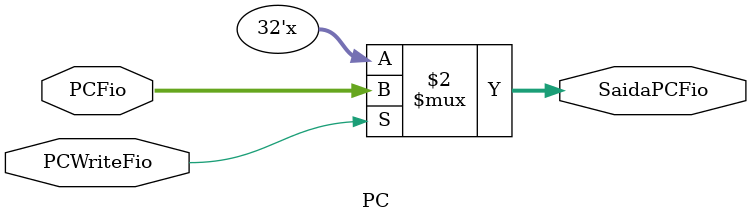
<source format=v>
module PC( input wire [0:0] PCWriteFio, input wire [31:0] PCFio, output reg [31:0] SaidaPCFio);
	
	always begin 
	
		case(PCWriteFio)

			1'b1:
			begin
				SaidaPCFio <= PCFio;
			end	
		
		endcase

	end
	
endmodule 
</source>
